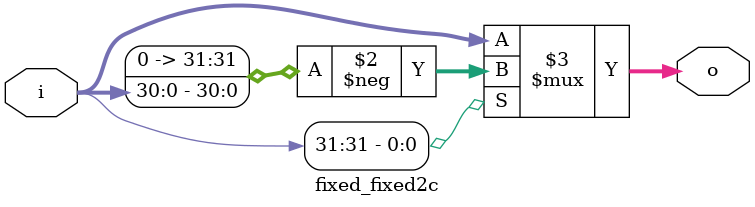
<source format=sv>
`default_nettype none
`timescale 1ns / 1ps

module fixed_fixed2c #(
    parameter N = 32
    ) (
    input wire logic        [N-1:0] i,
    output     logic signed [N-1:0] o
    );

    assign o = i[N-1] ? -i[N-2:0] : i;

endmodule

</source>
